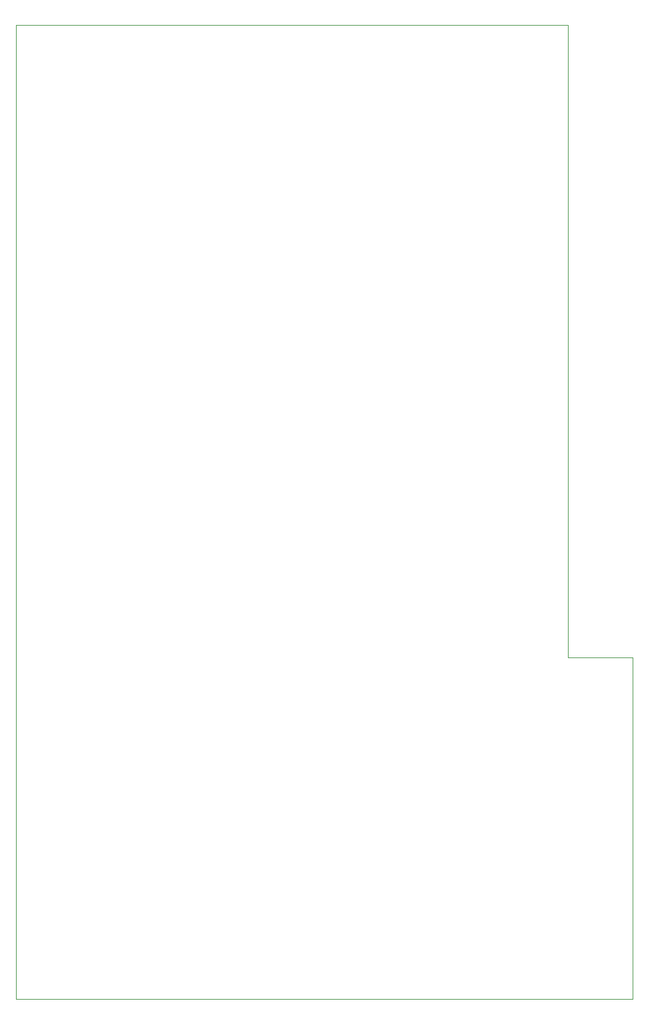
<source format=gm1>
%TF.GenerationSoftware,KiCad,Pcbnew,7.0.10*%
%TF.CreationDate,2024-05-29T17:31:35+08:00*%
%TF.ProjectId,toilet_monitoring_unit,746f696c-6574-45f6-9d6f-6e69746f7269,rev?*%
%TF.SameCoordinates,Original*%
%TF.FileFunction,Profile,NP*%
%FSLAX46Y46*%
G04 Gerber Fmt 4.6, Leading zero omitted, Abs format (unit mm)*
G04 Created by KiCad (PCBNEW 7.0.10) date 2024-05-29 17:31:35*
%MOMM*%
%LPD*%
G01*
G04 APERTURE LIST*
%TA.AperFunction,Profile*%
%ADD10C,0.100000*%
%TD*%
G04 APERTURE END LIST*
D10*
X156000000Y-148775000D02*
X156000000Y-155750000D01*
X147475000Y-33750000D02*
X74475000Y-33750000D01*
X156000000Y-162500000D02*
X74475000Y-162500000D01*
X74475000Y-148775000D02*
X74475000Y-162500000D01*
X74475000Y-33750000D02*
X74475000Y-137451600D01*
X156000000Y-117350000D02*
X147475000Y-117350000D01*
X74475000Y-137451600D02*
X74475000Y-148775000D01*
X147475000Y-117350000D02*
X147475000Y-33750000D01*
X156000000Y-148775000D02*
X156000000Y-117350000D01*
X156000000Y-155750000D02*
X156000000Y-162500000D01*
M02*

</source>
